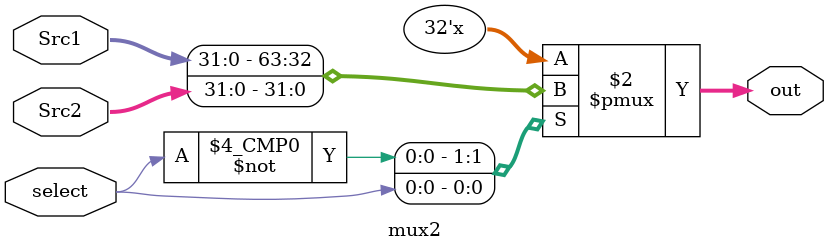
<source format=v>
`timescale 1ns/1ns
module mux2(select, Src1, Src2, out);
    input select;
    input [31:0] Src1, Src2;
    output [31:0] out;
    reg [31:0] out;
    always @(*) begin
        case (select)
            1'd0: out= Src1;
            1'd1: out= Src2;
            default: out=32'd0;
        endcase
    end
endmodule
</source>
